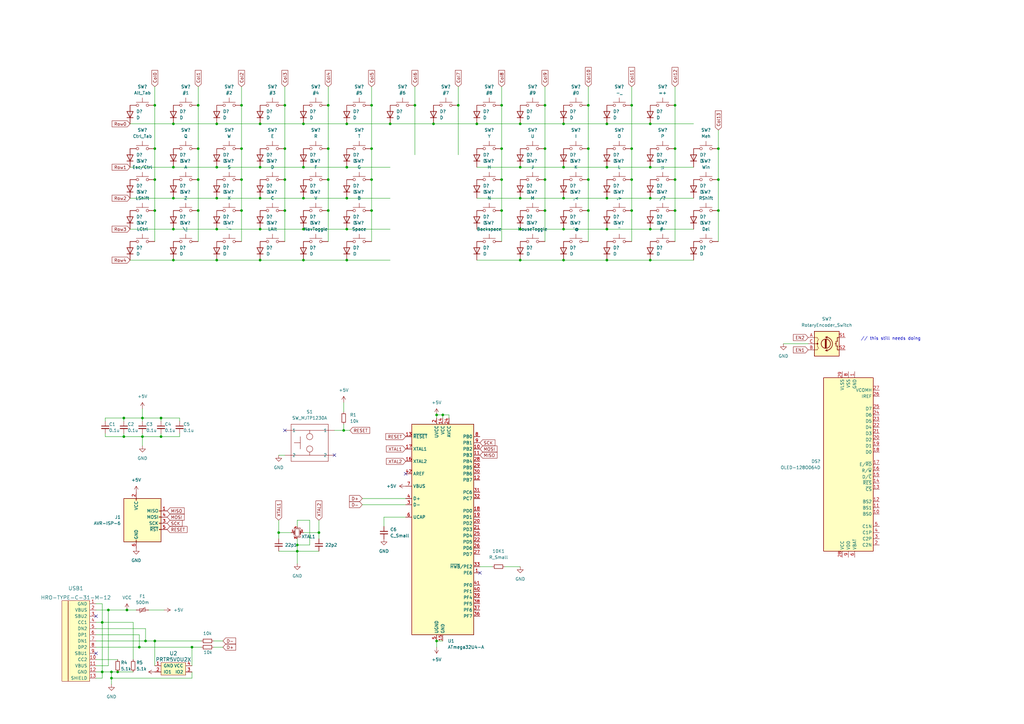
<source format=kicad_sch>
(kicad_sch (version 20211123) (generator eeschema)
  (paper "A3")
  (junction (at 140.97 176.53))
  (junction (at 78.74 265.43))
  (junction (at 142.24 93.98))
  (junction (at 71.12 50.8))
  (junction (at 88.9 93.98))
  (junction (at 248.92 50.8))
  (junction (at 259.08 60.96))
  (junction (at 259.08 73.66))
  (junction (at 241.3 43.18))
  (junction (at 63.5 262.89))
  (junction (at 88.9 68.58))
  (junction (at 63.5 86.36))
  (junction (at 41.91 275.59))
  (junction (at 294.64 73.66))
  (junction (at 276.86 86.36))
  (junction (at 248.92 93.98))
  (junction (at 88.9 81.28))
  (junction (at 44.45 250.19))
  (junction (at 223.52 60.96))
  (junction (at 160.02 50.8))
  (junction (at 248.92 81.28))
  (junction (at 48.26 275.59))
  (junction (at 231.14 106.68))
  (junction (at 152.4 43.18))
  (junction (at 142.24 68.58))
  (junction (at 50.8 171.45))
  (junction (at 241.3 86.36))
  (junction (at 205.74 86.36))
  (junction (at 116.84 73.66))
  (junction (at 213.36 68.58))
  (junction (at 106.68 93.98))
  (junction (at 179.07 170.18))
  (junction (at 45.72 278.13))
  (junction (at 177.8 50.8))
  (junction (at 63.5 60.96))
  (junction (at 88.9 50.8))
  (junction (at 223.52 43.18))
  (junction (at 71.12 106.68))
  (junction (at 231.14 68.58))
  (junction (at 241.3 60.96))
  (junction (at 134.62 73.66))
  (junction (at 231.14 81.28))
  (junction (at 81.28 43.18))
  (junction (at 58.42 171.45))
  (junction (at 121.92 226.06))
  (junction (at 124.46 93.98))
  (junction (at 213.36 50.8))
  (junction (at 142.24 106.68))
  (junction (at 99.06 86.36))
  (junction (at 276.86 73.66))
  (junction (at 181.61 170.18))
  (junction (at 121.92 223.52))
  (junction (at 134.62 43.18))
  (junction (at 52.07 250.19))
  (junction (at 130.81 218.44))
  (junction (at 170.18 43.18))
  (junction (at 58.42 179.07))
  (junction (at 223.52 86.36))
  (junction (at 57.15 265.43))
  (junction (at 124.46 68.58))
  (junction (at 266.7 106.68))
  (junction (at 259.08 86.36))
  (junction (at 213.36 81.28))
  (junction (at 63.5 43.18))
  (junction (at 231.14 50.8))
  (junction (at 71.12 93.98))
  (junction (at 71.12 68.58))
  (junction (at 71.12 81.28))
  (junction (at 116.84 86.36))
  (junction (at 99.06 43.18))
  (junction (at 187.96 43.18))
  (junction (at 266.7 81.28))
  (junction (at 152.4 73.66))
  (junction (at 106.68 50.8))
  (junction (at 213.36 93.98))
  (junction (at 241.3 73.66))
  (junction (at 81.28 86.36))
  (junction (at 276.86 43.18))
  (junction (at 266.7 68.58))
  (junction (at 205.74 43.18))
  (junction (at 205.74 73.66))
  (junction (at 45.72 275.59))
  (junction (at 88.9 106.68))
  (junction (at 66.04 179.07))
  (junction (at 195.58 50.8))
  (junction (at 223.52 73.66))
  (junction (at 134.62 86.36))
  (junction (at 99.06 73.66))
  (junction (at 59.69 262.89))
  (junction (at 276.86 60.96))
  (junction (at 106.68 106.68))
  (junction (at 66.04 171.45))
  (junction (at 266.7 50.8))
  (junction (at 81.28 73.66))
  (junction (at 294.64 86.36))
  (junction (at 231.14 93.98))
  (junction (at 213.36 106.68))
  (junction (at 116.84 60.96))
  (junction (at 266.7 93.98))
  (junction (at 152.4 60.96))
  (junction (at 134.62 60.96))
  (junction (at 205.74 60.96))
  (junction (at 124.46 106.68))
  (junction (at 99.06 60.96))
  (junction (at 142.24 81.28))
  (junction (at 124.46 50.8))
  (junction (at 81.28 60.96))
  (junction (at 106.68 81.28))
  (junction (at 142.24 50.8))
  (junction (at 106.68 68.58))
  (junction (at 248.92 106.68))
  (junction (at 41.91 255.27))
  (junction (at 179.07 262.89))
  (junction (at 248.92 68.58))
  (junction (at 152.4 86.36))
  (junction (at 50.8 179.07))
  (junction (at 63.5 73.66))
  (junction (at 116.84 43.18))
  (junction (at 124.46 81.28))
  (junction (at 259.08 43.18))
  (junction (at 294.64 60.96))
  (junction (at 114.3 218.44))
  (no_connect (at 39.37 267.97))
  (no_connect (at 39.37 252.73))
  (no_connect (at 166.37 194.31))
  (no_connect (at 137.16 186.69))
  (no_connect (at 116.84 176.53))
  (no_connect (at 196.85 234.95))
  (wire (pts (xy 41.91 275.59) (xy 41.91 255.27)))
  (wire (pts (xy 39.37 275.59) (xy 41.91 275.59)))
  (wire (pts (xy 266.7 81.28) (xy 284.48 81.28)))
  (wire (pts (xy 106.68 106.68) (xy 124.46 106.68)))
  (wire (pts (xy 195.58 68.58) (xy 213.36 68.58)))
  (wire (pts (xy 196.85 232.41) (xy 201.93 232.41)))
  (wire (pts (xy 58.42 179.07) (xy 66.04 179.07)))
  (wire (pts (xy 43.18 177.8) (xy 43.18 179.07)))
  (wire (pts (xy 71.12 50.8) (xy 88.9 50.8)))
  (wire (pts (xy 88.9 106.68) (xy 106.68 106.68)))
  (wire (pts (xy 116.84 35.56) (xy 116.84 43.18)))
  (wire (pts (xy 43.18 171.45) (xy 50.8 171.45)))
  (wire (pts (xy 114.3 218.44) (xy 119.38 218.44)))
  (wire (pts (xy 99.06 35.56) (xy 99.06 43.18)))
  (wire (pts (xy 213.36 81.28) (xy 231.14 81.28)))
  (wire (pts (xy 142.24 106.68) (xy 160.02 106.68)))
  (wire (pts (xy 53.34 93.98) (xy 71.12 93.98)))
  (wire (pts (xy 73.66 179.07) (xy 66.04 179.07)))
  (wire (pts (xy 88.9 81.28) (xy 106.68 81.28)))
  (wire (pts (xy 152.4 60.96) (xy 152.4 73.66)))
  (wire (pts (xy 205.74 60.96) (xy 205.74 73.66)))
  (wire (pts (xy 88.9 68.58) (xy 106.68 68.58)))
  (wire (pts (xy 134.62 43.18) (xy 134.62 60.96)))
  (wire (pts (xy 116.84 86.36) (xy 116.84 99.06)))
  (wire (pts (xy 39.37 262.89) (xy 59.69 262.89)))
  (wire (pts (xy 124.46 218.44) (xy 130.81 218.44)))
  (wire (pts (xy 121.92 215.9) (xy 121.92 213.36)))
  (wire (pts (xy 116.84 43.18) (xy 116.84 60.96)))
  (wire (pts (xy 39.37 278.13) (xy 41.91 278.13)))
  (wire (pts (xy 157.48 212.09) (xy 157.48 215.9)))
  (wire (pts (xy 53.34 68.58) (xy 71.12 68.58)))
  (wire (pts (xy 41.91 255.27) (xy 39.37 255.27)))
  (wire (pts (xy 177.8 50.8) (xy 195.58 50.8)))
  (wire (pts (xy 71.12 68.58) (xy 88.9 68.58)))
  (wire (pts (xy 276.86 60.96) (xy 276.86 73.66)))
  (wire (pts (xy 43.18 179.07) (xy 50.8 179.07)))
  (wire (pts (xy 276.86 86.36) (xy 276.86 99.06)))
  (wire (pts (xy 195.58 93.98) (xy 213.36 93.98)))
  (wire (pts (xy 223.52 86.36) (xy 223.52 99.06)))
  (wire (pts (xy 137.16 176.53) (xy 140.97 176.53)))
  (wire (pts (xy 53.34 81.28) (xy 71.12 81.28)))
  (wire (pts (xy 39.37 257.81) (xy 59.69 257.81)))
  (wire (pts (xy 66.04 177.8) (xy 66.04 179.07)))
  (wire (pts (xy 184.15 170.18) (xy 181.61 170.18)))
  (wire (pts (xy 248.92 106.68) (xy 266.7 106.68)))
  (wire (pts (xy 207.01 232.41) (xy 213.36 232.41)))
  (wire (pts (xy 276.86 73.66) (xy 276.86 86.36)))
  (wire (pts (xy 114.3 218.44) (xy 114.3 220.98)))
  (wire (pts (xy 41.91 247.65) (xy 39.37 247.65)))
  (wire (pts (xy 134.62 73.66) (xy 134.62 86.36)))
  (wire (pts (xy 39.37 260.35) (xy 57.15 260.35)))
  (wire (pts (xy 140.97 176.53) (xy 143.51 176.53)))
  (wire (pts (xy 63.5 43.18) (xy 63.5 60.96)))
  (wire (pts (xy 213.36 93.98) (xy 231.14 93.98)))
  (wire (pts (xy 106.68 68.58) (xy 124.46 68.58)))
  (wire (pts (xy 73.66 172.72) (xy 73.66 171.45)))
  (wire (pts (xy 231.14 106.68) (xy 248.92 106.68)))
  (wire (pts (xy 130.81 218.44) (xy 130.81 220.98)))
  (wire (pts (xy 142.24 68.58) (xy 160.02 68.58)))
  (wire (pts (xy 58.42 179.07) (xy 58.42 182.88)))
  (wire (pts (xy 48.26 275.59) (xy 54.61 275.59)))
  (wire (pts (xy 213.36 68.58) (xy 231.14 68.58)))
  (wire (pts (xy 63.5 60.96) (xy 63.5 73.66)))
  (wire (pts (xy 124.46 50.8) (xy 142.24 50.8)))
  (wire (pts (xy 44.45 250.19) (xy 52.07 250.19)))
  (wire (pts (xy 87.63 262.89) (xy 91.44 262.89)))
  (wire (pts (xy 140.97 165.1) (xy 140.97 168.91)))
  (wire (pts (xy 50.8 177.8) (xy 50.8 179.07)))
  (wire (pts (xy 187.96 35.56) (xy 187.96 43.18)))
  (wire (pts (xy 81.28 35.56) (xy 81.28 43.18)))
  (wire (pts (xy 60.96 250.19) (xy 67.31 250.19)))
  (wire (pts (xy 124.46 81.28) (xy 142.24 81.28)))
  (wire (pts (xy 71.12 81.28) (xy 88.9 81.28)))
  (wire (pts (xy 205.74 35.56) (xy 205.74 43.18)))
  (wire (pts (xy 54.61 255.27) (xy 54.61 270.51)))
  (wire (pts (xy 152.4 86.36) (xy 152.4 99.06)))
  (wire (pts (xy 266.7 93.98) (xy 284.48 93.98)))
  (wire (pts (xy 241.3 60.96) (xy 241.3 73.66)))
  (wire (pts (xy 259.08 60.96) (xy 259.08 73.66)))
  (wire (pts (xy 78.74 265.43) (xy 82.55 265.43)))
  (wire (pts (xy 231.14 81.28) (xy 248.92 81.28)))
  (wire (pts (xy 140.97 173.99) (xy 140.97 176.53)))
  (wire (pts (xy 121.92 213.36) (xy 127 213.36)))
  (wire (pts (xy 71.12 106.68) (xy 88.9 106.68)))
  (wire (pts (xy 45.72 278.13) (xy 78.74 278.13)))
  (wire (pts (xy 45.72 275.59) (xy 48.26 275.59)))
  (wire (pts (xy 248.92 93.98) (xy 266.7 93.98)))
  (wire (pts (xy 231.14 93.98) (xy 248.92 93.98)))
  (wire (pts (xy 160.02 50.8) (xy 177.8 50.8)))
  (wire (pts (xy 121.92 220.98) (xy 121.92 223.52)))
  (wire (pts (xy 114.3 186.69) (xy 116.84 186.69)))
  (wire (pts (xy 259.08 73.66) (xy 259.08 86.36)))
  (wire (pts (xy 59.69 262.89) (xy 63.5 262.89)))
  (wire (pts (xy 294.64 60.96) (xy 294.64 73.66)))
  (wire (pts (xy 241.3 73.66) (xy 241.3 86.36)))
  (wire (pts (xy 187.96 43.18) (xy 187.96 63.5)))
  (wire (pts (xy 63.5 73.66) (xy 63.5 86.36)))
  (wire (pts (xy 223.52 43.18) (xy 223.52 60.96)))
  (wire (pts (xy 59.69 257.81) (xy 59.69 262.89)))
  (wire (pts (xy 195.58 50.8) (xy 213.36 50.8)))
  (wire (pts (xy 114.3 213.36) (xy 114.3 218.44)))
  (wire (pts (xy 50.8 171.45) (xy 50.8 172.72)))
  (wire (pts (xy 63.5 86.36) (xy 63.5 99.06)))
  (wire (pts (xy 276.86 35.56) (xy 276.86 43.18)))
  (wire (pts (xy 57.15 260.35) (xy 57.15 265.43)))
  (wire (pts (xy 142.24 81.28) (xy 160.02 81.28)))
  (wire (pts (xy 45.72 275.59) (xy 45.72 278.13)))
  (wire (pts (xy 195.58 106.68) (xy 213.36 106.68)))
  (wire (pts (xy 78.74 275.59) (xy 78.74 278.13)))
  (wire (pts (xy 58.42 177.8) (xy 58.42 179.07)))
  (wire (pts (xy 53.34 106.68) (xy 71.12 106.68)))
  (wire (pts (xy 170.18 35.56) (xy 170.18 43.18)))
  (wire (pts (xy 223.52 35.56) (xy 223.52 43.18)))
  (wire (pts (xy 88.9 50.8) (xy 106.68 50.8)))
  (wire (pts (xy 266.7 68.58) (xy 284.48 68.58)))
  (wire (pts (xy 166.37 212.09) (xy 157.48 212.09)))
  (wire (pts (xy 170.18 43.18) (xy 170.18 63.5)))
  (wire (pts (xy 148.59 207.01) (xy 166.37 207.01)))
  (wire (pts (xy 41.91 255.27) (xy 41.91 247.65)))
  (wire (pts (xy 78.74 265.43) (xy 78.74 273.05)))
  (wire (pts (xy 52.07 250.19) (xy 55.88 250.19)))
  (wire (pts (xy 39.37 273.05) (xy 44.45 273.05)))
  (wire (pts (xy 241.3 35.56) (xy 241.3 43.18)))
  (wire (pts (xy 181.61 171.45) (xy 181.61 170.18)))
  (wire (pts (xy 127 213.36) (xy 127 223.52)))
  (wire (pts (xy 58.42 172.72) (xy 58.42 171.45)))
  (wire (pts (xy 231.14 68.58) (xy 248.92 68.58)))
  (wire (pts (xy 73.66 177.8) (xy 73.66 179.07)))
  (wire (pts (xy 58.42 171.45) (xy 50.8 171.45)))
  (wire (pts (xy 58.42 167.64) (xy 58.42 171.45)))
  (wire (pts (xy 116.84 73.66) (xy 116.84 86.36)))
  (wire (pts (xy 205.74 86.36) (xy 205.74 99.06)))
  (wire (pts (xy 43.18 172.72) (xy 43.18 171.45)))
  (wire (pts (xy 152.4 43.18) (xy 152.4 60.96)))
  (wire (pts (xy 116.84 60.96) (xy 116.84 73.66)))
  (wire (pts (xy 81.28 86.36) (xy 81.28 99.06)))
  (wire (pts (xy 45.72 278.13) (xy 45.72 280.67)))
  (wire (pts (xy 231.14 50.8) (xy 248.92 50.8)))
  (wire (pts (xy 213.36 106.68) (xy 231.14 106.68)))
  (wire (pts (xy 121.92 223.52) (xy 121.92 226.06)))
  (wire (pts (xy 106.68 93.98) (xy 124.46 93.98)))
  (wire (pts (xy 41.91 278.13) (xy 41.91 275.59)))
  (wire (pts (xy 41.91 275.59) (xy 45.72 275.59)))
  (wire (pts (xy 58.42 171.45) (xy 66.04 171.45)))
  (wire (pts (xy 44.45 273.05) (xy 44.45 250.19)))
  (wire (pts (xy 184.15 171.45) (xy 184.15 170.18)))
  (wire (pts (xy 179.07 262.89) (xy 181.61 262.89)))
  (wire (pts (xy 81.28 60.96) (xy 81.28 73.66)))
  (wire (pts (xy 223.52 73.66) (xy 223.52 86.36)))
  (wire (pts (xy 259.08 86.36) (xy 259.08 99.06)))
  (wire (pts (xy 124.46 106.68) (xy 142.24 106.68)))
  (wire (pts (xy 57.15 265.43) (xy 78.74 265.43)))
  (wire (pts (xy 41.91 255.27) (xy 54.61 255.27)))
  (wire (pts (xy 142.24 93.98) (xy 160.02 93.98)))
  (wire (pts (xy 181.61 170.18) (xy 179.07 170.18)))
  (wire (pts (xy 248.92 50.8) (xy 266.7 50.8)))
  (wire (pts (xy 259.08 43.18) (xy 259.08 60.96)))
  (wire (pts (xy 134.62 35.56) (xy 134.62 43.18)))
  (wire (pts (xy 276.86 43.18) (xy 276.86 60.96)))
  (wire (pts (xy 124.46 68.58) (xy 142.24 68.58)))
  (wire (pts (xy 294.64 53.34) (xy 294.64 60.96)))
  (wire (pts (xy 106.68 81.28) (xy 124.46 81.28)))
  (wire (pts (xy 223.52 60.96) (xy 223.52 73.66)))
  (wire (pts (xy 248.92 68.58) (xy 266.7 68.58)))
  (wire (pts (xy 148.59 204.47) (xy 166.37 204.47)))
  (wire (pts (xy 63.5 262.89) (xy 82.55 262.89)))
  (wire (pts (xy 142.24 50.8) (xy 160.02 50.8)))
  (wire (pts (xy 99.06 60.96) (xy 99.06 73.66)))
  (wire (pts (xy 63.5 35.56) (xy 63.5 43.18)))
  (wire (pts (xy 44.45 250.19) (xy 39.37 250.19)))
  (wire (pts (xy 152.4 73.66) (xy 152.4 86.36)))
  (wire (pts (xy 99.06 86.36) (xy 99.06 99.06)))
  (wire (pts (xy 259.08 35.56) (xy 259.08 43.18)))
  (wire (pts (xy 71.12 93.98) (xy 88.9 93.98)))
  (wire (pts (xy 63.5 262.89) (xy 63.5 273.05)))
  (wire (pts (xy 81.28 43.18) (xy 81.28 60.96)))
  (wire (pts (xy 87.63 265.43) (xy 91.44 265.43)))
  (wire (pts (xy 124.46 93.98) (xy 142.24 93.98)))
  (wire (pts (xy 121.92 226.06) (xy 121.92 231.14)))
  (wire (pts (xy 88.9 93.98) (xy 106.68 93.98)))
  (wire (pts (xy 205.74 73.66) (xy 205.74 86.36)))
  (wire (pts (xy 241.3 86.36) (xy 241.3 99.06)))
  (wire (pts (xy 114.3 226.06) (xy 121.92 226.06)))
  (wire (pts (xy 266.7 50.8) (xy 284.48 50.8)))
  (wire (pts (xy 152.4 35.56) (xy 152.4 43.18)))
  (wire (pts (xy 66.04 171.45) (xy 66.04 172.72)))
  (wire (pts (xy 179.07 170.18) (xy 179.07 171.45)))
  (wire (pts (xy 106.68 50.8) (xy 124.46 50.8)))
  (wire (pts (xy 248.92 81.28) (xy 266.7 81.28)))
  (wire (pts (xy 127 223.52) (xy 121.92 223.52)))
  (wire (pts (xy 53.34 50.8) (xy 71.12 50.8)))
  (wire (pts (xy 73.66 171.45) (xy 66.04 171.45)))
  (wire (pts (xy 195.58 81.28) (xy 213.36 81.28)))
  (wire (pts (xy 121.92 226.06) (xy 130.81 226.06)))
  (wire (pts (xy 130.81 213.36) (xy 130.81 218.44)))
  (wire (pts (xy 294.64 73.66) (xy 294.64 86.36)))
  (wire (pts (xy 321.31 140.97) (xy 331.47 140.97)))
  (wire (pts (xy 241.3 43.18) (xy 241.3 60.96)))
  (wire (pts (xy 39.37 270.51) (xy 48.26 270.51)))
  (wire (pts (xy 81.28 73.66) (xy 81.28 86.36)))
  (wire (pts (xy 50.8 179.07) (xy 58.42 179.07)))
  (wire (pts (xy 134.62 60.96) (xy 134.62 73.66)))
  (wire (pts (xy 205.74 43.18) (xy 205.74 60.96)))
  (wire (pts (xy 99.06 43.18) (xy 99.06 60.96)))
  (wire (pts (xy 179.07 262.89) (xy 179.07 265.43)))
  (wire (pts (xy 266.7 106.68) (xy 284.48 106.68)))
  (wire (pts (xy 134.62 86.36) (xy 134.62 99.06)))
  (wire (pts (xy 99.06 73.66) (xy 99.06 86.36)))
  (wire (pts (xy 294.64 86.36) (xy 294.64 99.06)))
  (wire (pts (xy 213.36 50.8) (xy 231.14 50.8)))
  (wire (pts (xy 39.37 265.43) (xy 57.15 265.43)))
  (text "// this still needs doing" (at 353.06 139.7 0) (effects (font (size 1.27 1.27)) (justify left bottom)))
  (global_label "Col2" (shape input) (at 99.06 35.56 90) (property "Intersheet References" "${INTERSHEET_REFS}" (effects hide)))
  (global_label "XTAL2" (shape input) (at 130.81 213.36 90) (property "Intersheet References" "${INTERSHEET_REFS}" (effects hide)))
  (global_label "SCK" (shape input) (at 68.58 214.63 0) (property "Intersheet References" "${INTERSHEET_REFS}" (effects hide)))
  (global_label "RESET" (shape input) (at 68.58 217.17 0) (property "Intersheet References" "${INTERSHEET_REFS}" (effects hide)))
  (global_label "Row1" (shape input) (at 53.34 68.58 180) (property "Intersheet References" "${INTERSHEET_REFS}" (effects hide)))
  (global_label "Row3" (shape input) (at 53.34 93.98 180) (property "Intersheet References" "${INTERSHEET_REFS}" (effects hide)))
  (global_label "Col8" (shape input) (at 205.74 35.56 90) (property "Intersheet References" "${INTERSHEET_REFS}" (effects hide)))
  (global_label "Row2" (shape input) (at 53.34 81.28 180) (property "Intersheet References" "${INTERSHEET_REFS}" (effects hide)))
  (global_label "Col4" (shape input) (at 134.62 35.56 90) (property "Intersheet References" "${INTERSHEET_REFS}" (effects hide)))
  (global_label "Col0" (shape input) (at 63.5 35.56 90) (property "Intersheet References" "${INTERSHEET_REFS}" (effects hide)))
  (global_label "Col6" (shape input) (at 170.18 35.56 90) (property "Intersheet References" "${INTERSHEET_REFS}" (effects hide)))
  (global_label "EN1" (shape input) (at 331.47 143.51 180) (property "Intersheet References" "${INTERSHEET_REFS}" (effects hide)))
  (global_label "EN2" (shape input) (at 331.47 138.43 180) (property "Intersheet References" "${INTERSHEET_REFS}" (effects hide)))
  (global_label "XTAL1" (shape input) (at 166.37 184.15 180) (property "Intersheet References" "${INTERSHEET_REFS}" (effects hide)))
  (global_label "Col10" (shape input) (at 241.3 35.56 90) (property "Intersheet References" "${INTERSHEET_REFS}" (effects hide)))
  (global_label "Col3" (shape input) (at 116.84 35.56 90) (property "Intersheet References" "${INTERSHEET_REFS}" (effects hide)))
  (global_label "RESET" (shape input) (at 143.51 176.53 0) (property "Intersheet References" "${INTERSHEET_REFS}" (effects hide)))
  (global_label "MOSI" (shape input) (at 68.58 212.09 0) (property "Intersheet References" "${INTERSHEET_REFS}" (effects hide)))
  (global_label "Col11" (shape input) (at 259.08 35.56 90) (property "Intersheet References" "${INTERSHEET_REFS}" (effects hide)))
  (global_label "Col7" (shape input) (at 187.96 35.56 90) (property "Intersheet References" "${INTERSHEET_REFS}" (effects hide)))
  (global_label "XTAL2" (shape input) (at 166.37 189.23 180) (property "Intersheet References" "${INTERSHEET_REFS}" (effects hide)))
  (global_label "Col5" (shape input) (at 152.4 35.56 90) (property "Intersheet References" "${INTERSHEET_REFS}" (effects hide)))
  (global_label "Row0" (shape input) (at 53.34 50.8 180) (property "Intersheet References" "${INTERSHEET_REFS}" (effects hide)))
  (global_label "Col12" (shape input) (at 276.86 35.56 90) (property "Intersheet References" "${INTERSHEET_REFS}" (effects hide)))
  (global_label "RESET" (shape input) (at 166.37 179.07 180) (property "Intersheet References" "${INTERSHEET_REFS}" (effects hide)))
  (global_label "D+" (shape input) (at 91.44 265.43 0) (property "Intersheet References" "${INTERSHEET_REFS}" (effects hide)))
  (global_label "XTAL1" (shape input) (at 114.3 213.36 90) (property "Intersheet References" "${INTERSHEET_REFS}" (effects hide)))
  (global_label "Col13" (shape input) (at 294.64 53.34 90) (property "Intersheet References" "${INTERSHEET_REFS}" (effects hide)))
  (global_label "D+" (shape input) (at 148.59 204.47 180) (property "Intersheet References" "${INTERSHEET_REFS}" (effects hide)))
  (global_label "MISO" (shape input) (at 196.85 186.69 0) (property "Intersheet References" "${INTERSHEET_REFS}" (effects hide)))
  (global_label "Col1" (shape input) (at 81.28 35.56 90) (property "Intersheet References" "${INTERSHEET_REFS}" (effects hide)))
  (global_label "SCK" (shape input) (at 196.85 181.61 0) (property "Intersheet References" "${INTERSHEET_REFS}" (effects hide)))
  (global_label "Col9" (shape input) (at 223.52 35.56 90) (property "Intersheet References" "${INTERSHEET_REFS}" (effects hide)))
  (global_label "MOSI" (shape input) (at 196.85 184.15 0) (property "Intersheet References" "${INTERSHEET_REFS}" (effects hide)))
  (global_label "Row4" (shape input) (at 53.34 106.68 180) (property "Intersheet References" "${INTERSHEET_REFS}" (effects hide)))
  (global_label "D-" (shape input) (at 91.44 262.89 0) (property "Intersheet References" "${INTERSHEET_REFS}" (effects hide)))
  (global_label "MISO" (shape input) (at 68.58 209.55 0) (property "Intersheet References" "${INTERSHEET_REFS}" (effects hide)))
  (global_label "D-" (shape input) (at 148.59 207.01 180) (property "Intersheet References" "${INTERSHEET_REFS}" (effects hide)))
  (symbol (lib_id "Device:D") (at 142.24 46.99 90) (unit 1)
    (property "Reference" "D?" (at 144.78 45.7199 90) (effects (justify right)))
    (property "Value" "D" (at 144.78 48.2599 90) (effects (justify right)))
  )
  (symbol (lib_id "Switch:SW_Push") (at 147.32 73.66 0) (unit 1)
    (property "Reference" "SW?" (at 147.32 66.04 0))
    (property "Value" "G" (at 147.32 68.58 0))
  )
  (symbol (lib_id "Switch:SW_Push") (at 93.98 43.18 0) (unit 1)
    (property "Reference" "SW?" (at 93.98 35.56 0))
    (property "Value" "#2" (at 93.98 38.1 0))
  )
  (symbol (lib_id "Switch:SW_Push") (at 218.44 73.66 0) (unit 1)
    (property "Reference" "SW?" (at 218.44 66.04 0))
    (property "Value" "J" (at 218.44 68.58 0))
  )
  (symbol (lib_id "Device:D") (at 231.14 77.47 90) (unit 1)
    (property "Reference" "D?" (at 233.68 76.1999 90) (effects (justify right)))
    (property "Value" "D" (at 233.68 78.7399 90) (effects (justify right)))
  )
  (symbol (lib_id "Device:D") (at 248.92 90.17 90) (unit 1)
    (property "Reference" "D?" (at 251.46 88.8999 90) (effects (justify right)))
    (property "Value" "D" (at 251.46 91.4399 90) (effects (justify right)))
  )
  (symbol (lib_id "Device:D") (at 71.12 64.77 90) (unit 1)
    (property "Reference" "D?" (at 73.66 63.4999 90) (effects (justify right)))
    (property "Value" "D" (at 73.66 66.0399 90) (effects (justify right)))
  )
  (symbol (lib_id "Device:Polyfuse_Small") (at 58.42 250.19 90) (unit 1)
    (property "Reference" "F1" (at 58.42 243.84 90) (effects (justify bottom)))
    (property "Value" "500m" (at 58.42 246.38 90) (effects (justify bottom)))
  )
  (symbol (lib_id "Switch:SW_Push") (at 76.2 43.18 0) (unit 1)
    (property "Reference" "SW?" (at 76.2 35.56 0))
    (property "Value" "#1" (at 76.2 38.1 0))
  )
  (symbol (lib_id "Switch:SW_Push") (at 58.42 73.66 0) (unit 1)
    (property "Reference" "SW?" (at 58.42 66.04 0))
    (property "Value" "Esc/Ctrl" (at 58.42 68.58 0))
  )
  (symbol (lib_id "power:GND") (at 121.92 231.14 0) (unit 1)
    (property "Reference" "#PWR010" (effects hide))
    (property "Value" "GND" (at 121.92 236.22 0))
  )
  (symbol (lib_id "Display_Graphic:OLED-128O064D") (at 347.98 190.5 180) (unit 1)
    (property "Reference" "DS?" (at 336.55 189.2299 0) (effects (justify left)))
    (property "Value" "OLED-128O064D" (at 336.55 191.7699 0) (effects (justify left)))
    (property "Footprint" "Display:OLED-128O064D" (effects hide))
    (property "Datasheet" "https://www.vishay.com/docs/37902/oled128o064dbpp3n00000.pdf" (effects hide))
  )
  (symbol (lib_id "Device:C_Small") (at 157.48 218.44 0) (unit 1)
    (property "Reference" "C6" (at 160.02 217.1762 0) (effects (justify left)))
    (property "Value" "C_Small" (at 160.02 219.7162 0) (effects (justify left)))
  )
  (symbol (lib_id "power:+5V") (at 67.31 250.19 270) (unit 1)
    (property "Reference" "#PWR013" (effects hide))
    (property "Value" "+5V" (at 71.12 250.1899 90) (effects (justify left)))
  )
  (symbol (lib_id "Device:D") (at 195.58 64.77 90) (unit 1)
    (property "Reference" "D?" (at 198.12 63.4999 90) (effects (justify right)))
    (property "Value" "D" (at 198.12 66.0399 90) (effects (justify right)))
  )
  (symbol (lib_id "power:GND") (at 157.48 220.98 0) (unit 1)
    (property "Reference" "#PWR08" (effects hide))
    (property "Value" "GND" (at 157.48 226.06 0))
  )
  (symbol (lib_id "Type-C:HRO-TYPE-C-31-M-12") (at 36.83 261.62 0) (unit 1)
    (property "Reference" "USB1" (at 31.115 241.3 0) (effects (font (size 1.524 1.524))))
    (property "Value" "HRO-TYPE-C-31-M-12" (at 31.115 245.11 0) (effects (font (size 1.524 1.524))))
  )
  (symbol (lib_id "Switch:SW_Push") (at 93.98 60.96 0) (unit 1)
    (property "Reference" "SW?" (at 93.98 53.34 0))
    (property "Value" "W" (at 93.98 55.88 0))
  )
  (symbol (lib_id "Device:R_Small") (at 204.47 232.41 90) (unit 1)
    (property "Reference" "10K1" (at 204.47 226.06 90))
    (property "Value" "R_Small" (at 204.47 228.6 90))
  )
  (symbol (lib_id "Device:D") (at 53.34 64.77 90) (unit 1)
    (property "Reference" "D?" (at 55.88 63.4999 90) (effects (justify right)))
    (property "Value" "D" (at 55.88 66.0399 90) (effects (justify right)))
  )
  (symbol (lib_id "Device:D") (at 213.36 90.17 90) (unit 1)
    (property "Reference" "D?" (at 215.9 88.8999 90) (effects (justify right)))
    (property "Value" "D" (at 215.9 91.4399 90) (effects (justify right)))
  )
  (symbol (lib_id "Device:RotaryEncoder_Switch") (at 339.09 140.97 0) (unit 1)
    (property "Reference" "SW?" (at 339.09 130.81 0))
    (property "Value" "RotaryEncoder_Switch" (at 339.09 133.35 0))
  )
  (symbol (lib_id "power:GND") (at 55.88 224.79 0) (unit 1)
    (property "Reference" "#PWR09" (effects hide))
    (property "Value" "GND" (at 55.88 229.87 0))
  )
  (symbol (lib_id "Switch:SW_Push") (at 182.88 43.18 0) (unit 1)
    (property "Reference" "SW?" (at 182.88 35.56 0))
    (property "Value" "#7" (at 182.88 38.1 0))
  )
  (symbol (lib_id "power:+5V") (at 179.07 265.43 180) (unit 1)
    (property "Reference" "#PWR014" (effects hide))
    (property "Value" "+5V" (at 179.07 270.51 0))
  )
  (symbol (lib_id "Device:D") (at 142.24 64.77 90) (unit 1)
    (property "Reference" "D?" (at 144.78 63.4999 90) (effects (justify right)))
    (property "Value" "D" (at 144.78 66.0399 90) (effects (justify right)))
  )
  (symbol (lib_id "Switch:SW_Push") (at 218.44 60.96 0) (unit 1)
    (property "Reference" "SW?" (at 218.44 53.34 0))
    (property "Value" "U" (at 218.44 55.88 0))
  )
  (symbol (lib_id "Device:D") (at 53.34 102.87 90) (unit 1)
    (property "Reference" "D?" (at 55.88 101.5999 90) (effects (justify right)))
    (property "Value" "D" (at 55.88 104.1399 90) (effects (justify right)))
  )
  (symbol (lib_id "power:+5V") (at 166.37 199.39 90) (unit 1)
    (property "Reference" "#PWR06" (effects hide))
    (property "Value" "+5V" (at 162.56 199.3899 90) (effects (justify left)))
  )
  (symbol (lib_id "Switch:SW_Push") (at 271.78 60.96 0) (unit 1)
    (property "Reference" "SW?" (at 271.78 53.34 0))
    (property "Value" "P" (at 271.78 55.88 0))
  )
  (symbol (lib_id "Switch:SW_Push") (at 254 86.36 0) (unit 1)
    (property "Reference" "SW?" (at 254 78.74 0))
    (property "Value" ".>" (at 254 81.28 0))
  )
  (symbol (lib_id "Device:D") (at 231.14 64.77 90) (unit 1)
    (property "Reference" "D?" (at 233.68 63.4999 90) (effects (justify right)))
    (property "Value" "D" (at 233.68 66.0399 90) (effects (justify right)))
  )
  (symbol (lib_id "Device:D") (at 266.7 46.99 90) (unit 1)
    (property "Reference" "D?" (at 269.24 45.7199 90) (effects (justify right)))
    (property "Value" "D" (at 269.24 48.2599 90) (effects (justify right)))
  )
  (symbol (lib_id "Device:R_Small") (at 85.09 265.43 90) (unit 1)
    (property "Reference" "R3" (effects hide))
    (property "Value" "10k" (at 85.28 266.83 90) (effects (justify bottom)))
  )
  (symbol (lib_id "Device:D") (at 284.48 90.17 90) (unit 1)
    (property "Reference" "D?" (at 287.02 88.8999 90) (effects (justify right)))
    (property "Value" "D" (at 287.02 91.4399 90) (effects (justify right)))
  )
  (symbol (lib_id "Switch:SW_Push") (at 271.78 73.66 0) (unit 1)
    (property "Reference" "SW?" (at 271.78 66.04 0))
    (property "Value" ";:" (at 271.78 68.58 0))
  )
  (symbol (lib_id "Switch:SW_Push") (at 129.54 86.36 0) (unit 1)
    (property "Reference" "SW?" (at 129.54 78.74 0))
    (property "Value" "V" (at 129.54 81.28 0))
  )
  (symbol (lib_id "Switch:SW_Push") (at 218.44 86.36 0) (unit 1)
    (property "Reference" "SW?" (at 218.44 78.74 0))
    (property "Value" "M" (at 218.44 81.28 0))
  )
  (symbol (lib_id "Switch:SW_Push") (at 58.42 60.96 0) (unit 1)
    (property "Reference" "SW?" (at 58.42 53.34 0))
    (property "Value" "Ctrl_Tab" (at 58.42 55.88 0))
  )
  (symbol (lib_id "Switch:SW_Push") (at 165.1 43.18 0) (unit 1)
    (property "Reference" "SW?" (at 165.1 35.56 0))
    (property "Value" "#6" (at 165.1 38.1 0))
  )
  (symbol (lib_id "power:GND") (at 213.36 232.41 0) (unit 1)
    (property "Reference" "#PWR011" (effects hide))
    (property "Value" "GND" (at 213.36 237.49 0))
  )
  (symbol (lib_id "Device:D") (at 284.48 77.47 90) (unit 1)
    (property "Reference" "D?" (at 287.02 76.1999 90) (effects (justify right)))
    (property "Value" "D" (at 287.02 78.7399 90) (effects (justify right)))
  )
  (symbol (lib_id "Device:R_Small") (at 54.61 273.05 0) (unit 1)
    (property "Reference" "R5" (at 55.88 271.78 0) (effects (justify left)))
    (property "Value" "5.1k" (at 55.88 274.32 0) (effects (justify left)))
  )
  (symbol (lib_id "Device:D") (at 53.34 46.99 90) (unit 1)
    (property "Reference" "D?" (at 55.88 45.7199 90) (effects (justify right)))
    (property "Value" "D" (at 55.88 48.2599 90) (effects (justify right)))
  )
  (symbol (lib_id "Switch:SW_Push") (at 129.54 43.18 0) (unit 1)
    (property "Reference" "SW?" (at 129.54 35.56 0))
    (property "Value" "#4" (at 129.54 38.1 0))
  )
  (symbol (lib_id "Switch:SW_Push") (at 271.78 99.06 0) (unit 1)
    (property "Reference" "SW?" (at 271.78 91.44 0))
    (property "Value" "#~" (at 271.78 93.98 0))
  )
  (symbol (lib_id "Device:D") (at 88.9 46.99 90) (unit 1)
    (property "Reference" "D?" (at 91.44 45.7199 90) (effects (justify right)))
    (property "Value" "D" (at 91.44 48.2599 90) (effects (justify right)))
  )
  (symbol (lib_id "Device:D") (at 124.46 90.17 90) (unit 1)
    (property "Reference" "D?" (at 127 88.8999 90) (effects (justify right)))
    (property "Value" "D" (at 127 91.4399 90) (effects (justify right)))
  )
  (symbol (lib_id "Device:D") (at 248.92 77.47 90) (unit 1)
    (property "Reference" "D?" (at 251.46 76.1999 90) (effects (justify right)))
    (property "Value" "D" (at 251.46 78.7399 90) (effects (justify right)))
  )
  (symbol (lib_id "Switch:SW_Push") (at 129.54 73.66 0) (unit 1)
    (property "Reference" "SW?" (at 129.54 66.04 0))
    (property "Value" "F" (at 129.54 68.58 0))
  )
  (symbol (lib_id "Switch:SW_Push") (at 200.66 43.18 0) (unit 1)
    (property "Reference" "SW?" (at 200.66 35.56 0))
    (property "Value" "#8" (at 200.66 38.1 0))
  )
  (symbol (lib_id "Switch:SW_Push") (at 147.32 99.06 0) (unit 1)
    (property "Reference" "SW?" (at 147.32 91.44 0))
    (property "Value" "Space" (at 147.32 93.98 0))
  )
  (symbol (lib_id "Device:D") (at 106.68 64.77 90) (unit 1)
    (property "Reference" "D?" (at 109.22 63.4999 90) (effects (justify right)))
    (property "Value" "D" (at 109.22 66.0399 90) (effects (justify right)))
  )
  (symbol (lib_id "Switch:SW_Push") (at 200.66 73.66 0) (unit 1)
    (property "Reference" "SW?" (at 200.66 66.04 0))
    (property "Value" "H" (at 200.66 68.58 0))
  )
  (symbol (lib_id "Switch:SW_Push") (at 200.66 86.36 0) (unit 1)
    (property "Reference" "SW?" (at 200.66 78.74 0))
    (property "Value" "N" (at 200.66 81.28 0))
  )
  (symbol (lib_id "Switch:SW_Push") (at 236.22 99.06 0) (unit 1)
    (property "Reference" "SW?" (at 236.22 91.44 0))
    (property "Value" "'@" (at 236.22 93.98 0))
  )
  (symbol (lib_id "power:GND") (at 114.3 186.69 0) (unit 1)
    (property "Reference" "#PWR05" (effects hide))
    (property "Value" "GND" (at 114.3 191.77 0))
  )
  (symbol (lib_id "Device:D") (at 231.14 46.99 90) (unit 1)
    (property "Reference" "D?" (at 233.68 45.7199 90) (effects (justify right)))
    (property "Value" "D" (at 233.68 48.2599 90) (effects (justify right)))
  )
  (symbol (lib_id "Device:Crystal_GND24_Small") (at 121.92 218.44 0) (unit 1)
    (property "Reference" "XTAL1" (at 126.5 220.1 0))
    (property "Value" "Crystal_GND24_Small" (effects hide))
  )
  (symbol (lib_id "Device:D") (at 248.92 64.77 90) (unit 1)
    (property "Reference" "D?" (at 251.46 63.4999 90) (effects (justify right)))
    (property "Value" "D" (at 251.46 66.0399 90) (effects (justify right)))
  )
  (symbol (lib_id "Switch:SW_Push") (at 76.2 60.96 0) (unit 1)
    (property "Reference" "SW?" (at 76.2 53.34 0))
    (property "Value" "Q" (at 76.2 55.88 0))
  )
  (symbol (lib_id "Switch:SW_Push") (at 254 99.06 0) (unit 1)
    (property "Reference" "SW?" (at 254 91.44 0))
    (property "Value" "\"" (at 254 93.98 0))
  )
  (symbol (lib_id "Device:C_Small") (at 58.42 175.26 0) (unit 1)
    (property "Reference" "C3" (at 59.94 173.9962 0) (effects (justify left)))
    (property "Value" "0.1u" (at 59.94 176.5362 0) (effects (justify left)))
  )
  (symbol (lib_id "Device:D") (at 177.8 46.99 90) (unit 1)
    (property "Reference" "D?" (at 180.34 45.7199 90) (effects (justify right)))
    (property "Value" "D" (at 180.34 48.2599 90) (effects (justify right)))
  )
  (symbol (lib_id "Switch:SW_Push") (at 218.44 99.06 0) (unit 1)
    (property "Reference" "SW?" (at 218.44 91.44 0))
    (property "Value" "MouseToggle" (at 218.44 93.98 0))
  )
  (symbol (lib_id "random-keyboard-parts:PRTR5V0U2X") (at 71.12 274.32 0) (unit 1)
    (property "Reference" "U2" (at 71.12 267.97 0) (effects (font (size 1.524 1.524))))
    (property "Value" "PRTR5V0U2X" (at 71.12 270.51 0) (effects (font (size 1.524 1.524))))
  )
  (symbol (lib_id "Switch:SW_Push") (at 58.42 43.18 0) (unit 1)
    (property "Reference" "SW?" (at 58.42 35.56 0))
    (property "Value" "Alt_Tab" (at 58.42 38.1 0))
  )
  (symbol (lib_id "power:+5V") (at 140.97 165.1 0) (unit 1)
    (property "Reference" "#PWR01" (effects hide))
    (property "Value" "+5V" (at 140.97 160.02 0))
  )
  (symbol (lib_id "Switch:SW_Push") (at 254 73.66 0) (unit 1)
    (property "Reference" "SW?" (at 254 66.04 0))
    (property "Value" "L" (at 254 68.58 0))
  )
  (symbol (lib_id "Device:D") (at 266.7 90.17 90) (unit 1)
    (property "Reference" "D?" (at 269.24 88.8999 90) (effects (justify right)))
    (property "Value" "D" (at 269.24 91.4399 90) (effects (justify right)))
  )
  (symbol (lib_id "Device:D") (at 71.12 90.17 90) (unit 1)
    (property "Reference" "D?" (at 73.66 88.8999 90) (effects (justify right)))
    (property "Value" "D" (at 73.66 91.4399 90) (effects (justify right)))
  )
  (symbol (lib_id "Device:C_Small") (at 130.81 223.52 0) (unit 1)
    (property "Reference" "22p2" (at 133.35 223.5262 0) (effects (justify left)))
    (property "Value" "C_Small" (effects hide))
  )
  (symbol (lib_id "Switch:SW_Push") (at 58.42 86.36 0) (unit 1)
    (property "Reference" "SW?" (at 58.42 78.74 0))
    (property "Value" "LShift" (at 58.42 81.28 0))
  )
  (symbol (lib_id "Device:D") (at 284.48 102.87 90) (unit 1)
    (property "Reference" "D?" (at 287.02 101.5999 90) (effects (justify right)))
    (property "Value" "D" (at 287.02 104.1399 90) (effects (justify right)))
  )
  (symbol (lib_id "Switch:SW_Push") (at 129.54 99.06 0) (unit 1)
    (property "Reference" "SW?" (at 129.54 91.44 0))
    (property "Value" "NavToggle" (at 129.54 93.98 0))
  )
  (symbol (lib_id "Device:D") (at 88.9 77.47 90) (unit 1)
    (property "Reference" "D?" (at 91.44 76.1999 90) (effects (justify right)))
    (property "Value" "D" (at 91.44 78.7399 90) (effects (justify right)))
  )
  (symbol (lib_id "Switch:SW_Push") (at 76.2 73.66 0) (unit 1)
    (property "Reference" "SW?" (at 76.2 66.04 0))
    (property "Value" "A" (at 76.2 68.58 0))
  )
  (symbol (lib_id "Switch:SW_Push") (at 200.66 60.96 0) (unit 1)
    (property "Reference" "SW?" (at 200.66 53.34 0))
    (property "Value" "Y" (at 200.66 55.88 0))
  )
  (symbol (lib_id "Switch:SW_Push") (at 271.78 86.36 0) (unit 1)
    (property "Reference" "SW?" (at 271.78 78.74 0))
    (property "Value" "/?" (at 271.78 81.28 0))
  )
  (symbol (lib_id "Device:D") (at 142.24 90.17 90) (unit 1)
    (property "Reference" "D?" (at 144.78 88.8999 90) (effects (justify right)))
    (property "Value" "D" (at 144.78 91.4399 90) (effects (justify right)))
  )
  (symbol (lib_id "power:GND") (at 321.31 140.97 0) (unit 1)
    (property "Reference" "#PWR?" (effects hide))
    (property "Value" "GND" (at 321.31 146.05 0))
  )
  (symbol (lib_id "Device:D") (at 266.7 77.47 90) (unit 1)
    (property "Reference" "D?" (at 269.24 76.1999 90) (effects (justify right)))
    (property "Value" "D" (at 269.24 78.7399 90) (effects (justify right)))
  )
  (symbol (lib_id "Device:D") (at 213.36 102.87 90) (unit 1)
    (property "Reference" "D?" (at 215.9 101.5999 90) (effects (justify right)))
    (property "Value" "D" (at 215.9 104.1399 90) (effects (justify right)))
  )
  (symbol (lib_id "Switch:SW_Push") (at 76.2 99.06 0) (unit 1)
    (property "Reference" "SW?" (at 76.2 91.44 0))
    (property "Value" "\\|" (at 76.2 93.98 0))
  )
  (symbol (lib_id "Device:D") (at 71.12 102.87 90) (unit 1)
    (property "Reference" "D?" (at 73.66 101.5999 90) (effects (justify right)))
    (property "Value" "D" (at 73.66 104.1399 90) (effects (justify right)))
  )
  (symbol (lib_id "Switch:SW_Push") (at 289.56 60.96 0) (unit 1)
    (property "Reference" "SW?" (at 289.56 53.34 0))
    (property "Value" "Meh" (at 289.56 55.88 0))
  )
  (symbol (lib_id "Device:D") (at 53.34 77.47 90) (unit 1)
    (property "Reference" "D?" (at 55.88 76.1999 90) (effects (justify right)))
    (property "Value" "D" (at 55.88 78.7399 90) (effects (justify right)))
  )
  (symbol (lib_id "Device:C_Small") (at 66.04 175.26 0) (unit 1)
    (property "Reference" "C4" (at 67.56 173.9962 0) (effects (justify left)))
    (property "Value" "0.1u" (at 67.56 176.5362 0) (effects (justify left)))
  )
  (symbol (lib_id "Device:D") (at 195.58 102.87 90) (unit 1)
    (property "Reference" "D?" (at 198.12 101.5999 90) (effects (justify right)))
    (property "Value" "D" (at 198.12 104.1399 90) (effects (justify right)))
  )
  (symbol (lib_id "Device:D") (at 213.36 64.77 90) (unit 1)
    (property "Reference" "D?" (at 215.9 63.4999 90) (effects (justify right)))
    (property "Value" "D" (at 215.9 66.0399 90) (effects (justify right)))
  )
  (symbol (lib_id "Switch:SW_Push") (at 111.76 99.06 0) (unit 1)
    (property "Reference" "SW?" (at 111.76 91.44 0))
    (property "Value" "LAlt" (at 111.76 93.98 0))
  )
  (symbol (lib_id "Switch:SW_Push") (at 200.66 99.06 0) (unit 1)
    (property "Reference" "SW?" (at 200.66 91.44 0))
    (property "Value" "Backspace" (at 200.66 93.98 0))
  )
  (symbol (lib_id "Device:R_Small") (at 48.26 273.05 0) (unit 1)
    (property "Reference" "R4" (at 49.53 271.78 0) (effects (justify left)))
    (property "Value" "5.1k" (at 49.53 274.32 0) (effects (justify left)))
  )
  (symbol (lib_id "Switch:SW_Push") (at 147.32 86.36 0) (unit 1)
    (property "Reference" "SW?" (at 147.32 78.74 0))
    (property "Value" "B" (at 147.32 81.28 0))
  )
  (symbol (lib_id "Switch:SW_Push") (at 93.98 86.36 0) (unit 1)
    (property "Reference" "SW?" (at 93.98 78.74 0))
    (property "Value" "X" (at 93.98 81.28 0))
  )
  (symbol (lib_id "Switch:SW_Push") (at 271.78 43.18 0) (unit 1)
    (property "Reference" "SW?" (at 271.78 35.56 0))
    (property "Value" "=+" (at 271.78 38.1 0))
  )
  (symbol (lib_id "Switch:SW_Push") (at 58.42 99.06 0) (unit 1)
    (property "Reference" "SW?" (at 58.42 91.44 0))
    (property "Value" "LCtrl" (at 58.42 93.98 0))
  )
  (symbol (lib_id "Device:D") (at 106.68 90.17 90) (unit 1)
    (property "Reference" "D?" (at 109.22 88.8999 90) (effects (justify right)))
    (property "Value" "D" (at 109.22 91.4399 90) (effects (justify right)))
  )
  (symbol (lib_id "Device:D") (at 88.9 64.77 90) (unit 1)
    (property "Reference" "D?" (at 91.44 63.4999 90) (effects (justify right)))
    (property "Value" "D" (at 91.44 66.0399 90) (effects (justify right)))
  )
  (symbol (lib_id "Switch:SW_Push") (at 236.22 60.96 0) (unit 1)
    (property "Reference" "SW?" (at 236.22 53.34 0))
    (property "Value" "I" (at 236.22 55.88 0))
  )
  (symbol (lib_id "Switch:SW_Push") (at 236.22 73.66 0) (unit 1)
    (property "Reference" "SW?" (at 236.22 66.04 0))
    (property "Value" "K" (at 236.22 68.58 0))
  )
  (symbol (lib_id "Switch:SW_Push") (at 111.76 60.96 0) (unit 1)
    (property "Reference" "SW?" (at 111.76 53.34 0))
    (property "Value" "E" (at 111.76 55.88 0))
  )
  (symbol (lib_id "Device:D") (at 88.9 102.87 90) (unit 1)
    (property "Reference" "D?" (at 91.44 101.5999 90) (effects (justify right)))
    (property "Value" "D" (at 91.44 104.1399 90) (effects (justify right)))
  )
  (symbol (lib_id "Switch:SW_Push") (at 93.98 99.06 0) (unit 1)
    (property "Reference" "SW?" (at 93.98 91.44 0))
    (property "Value" "`¬" (at 93.98 93.98 0))
  )
  (symbol (lib_id "Switch:SW_Push") (at 218.44 43.18 0) (unit 1)
    (property "Reference" "SW?" (at 218.44 35.56 0))
    (property "Value" "#9" (at 218.44 38.1 0))
  )
  (symbol (lib_id "Device:C_Small") (at 73.66 175.26 0) (unit 1)
    (property "Reference" "C5" (at 75.18 173.9962 0) (effects (justify left)))
    (property "Value" "0.1u" (at 75.18 176.5362 0) (effects (justify left)))
  )
  (symbol (lib_id "Device:D") (at 124.46 64.77 90) (unit 1)
    (property "Reference" "D?" (at 127 63.4999 90) (effects (justify right)))
    (property "Value" "D" (at 127 66.0399 90) (effects (justify right)))
  )
  (symbol (lib_id "Device:D") (at 231.14 90.17 90) (unit 1)
    (property "Reference" "D?" (at 233.68 88.8999 90) (effects (justify right)))
    (property "Value" "D" (at 233.68 91.4399 90) (effects (justify right)))
  )
  (symbol (lib_id "Switch:SW_Push") (at 147.32 60.96 0) (unit 1)
    (property "Reference" "SW?" (at 147.32 53.34 0))
    (property "Value" "T" (at 147.32 55.88 0))
  )
  (symbol (lib_id "Device:D") (at 71.12 46.99 90) (unit 1)
    (property "Reference" "D?" (at 73.66 45.7199 90) (effects (justify right)))
    (property "Value" "D" (at 73.66 48.2599 90) (effects (justify right)))
  )
  (symbol (lib_id "Device:D") (at 248.92 102.87 90) (unit 1)
    (property "Reference" "D?" (at 251.46 101.5999 90) (effects (justify right)))
    (property "Value" "D" (at 251.46 104.1399 90) (effects (justify right)))
  )
  (symbol (lib_id "power:+5V") (at 179.07 170.18 0) (unit 1)
    (property "Reference" "#PWR03" (effects hide))
    (property "Value" "+5V" (at 179.07 165.1 0))
  )
  (symbol (lib_id "Switch:SW_Push") (at 111.76 86.36 0) (unit 1)
    (property "Reference" "SW?" (at 111.76 78.74 0))
    (property "Value" "C" (at 111.76 81.28 0))
  )
  (symbol (lib_id "Device:C_Small") (at 114.3 223.52 0) (unit 1)
    (property "Reference" "22p1" (at 116.84 223.5262 0) (effects (justify left)))
    (property "Value" "C_Small" (effects hide))
  )
  (symbol (lib_id "Switch:SW_Push") (at 93.98 73.66 0) (unit 1)
    (property "Reference" "SW?" (at 93.98 66.04 0))
    (property "Value" "S" (at 93.98 68.58 0))
  )
  (symbol (lib_id "Device:D") (at 124.46 102.87 90) (unit 1)
    (property "Reference" "D?" (at 127 101.5999 90) (effects (justify right)))
    (property "Value" "D" (at 127 104.1399 90) (effects (justify right)))
  )
  (symbol (lib_id "Device:R_Small") (at 85.09 262.89 90) (unit 1)
    (property "Reference" "R2" (effects hide))
    (property "Value" "10k" (at 85.09 259.08 90) (effects (justify bottom)))
  )
  (symbol (lib_id "Switch:SW_Push") (at 254 43.18 0) (unit 1)
    (property "Reference" "SW?" (at 254 35.56 0))
    (property "Value" "-_" (at 254 38.1 0))
  )
  (symbol (lib_id "power:GND") (at 45.72 280.67 0) (unit 1)
    (property "Reference" "#PWR016" (effects hide))
    (property "Value" "GND" (at 45.72 285.75 0))
  )
  (symbol (lib_id "power:VCC") (at 63.5 275.59 90) (unit 1)
    (property "Reference" "#PWR015" (effects hide))
    (property "Value" "VCC" (effects hide))
  )
  (symbol (lib_id "Device:D") (at 195.58 77.47 90) (unit 1)
    (property "Reference" "D?" (at 198.12 76.1999 90) (effects (justify right)))
    (property "Value" "D" (at 198.12 78.7399 90) (effects (justify right)))
  )
  (symbol (lib_id "Switch:SW_Push") (at 111.76 73.66 0) (unit 1)
    (property "Reference" "SW?" (at 111.76 66.04 0))
    (property "Value" "D" (at 111.76 68.58 0))
  )
  (symbol (lib_id "Device:D") (at 106.68 102.87 90) (unit 1)
    (property "Reference" "D?" (at 109.22 101.5999 90) (effects (justify right)))
    (property "Value" "D" (at 109.22 104.1399 90) (effects (justify right)))
  )
  (symbol (lib_id "Switch:SW_Push") (at 254 60.96 0) (unit 1)
    (property "Reference" "SW?" (at 254 53.34 0))
    (property "Value" "O" (at 254 55.88 0))
  )
  (symbol (lib_id "Device:D") (at 213.36 77.47 90) (unit 1)
    (property "Reference" "D?" (at 215.9 76.1999 90) (effects (justify right)))
    (property "Value" "D" (at 215.9 78.7399 90) (effects (justify right)))
  )
  (symbol (lib_id "Device:D") (at 231.14 102.87 90) (unit 1)
    (property "Reference" "D?" (at 233.68 101.5999 90) (effects (justify right)))
    (property "Value" "D" (at 233.68 104.1399 90) (effects (justify right)))
  )
  (symbol (lib_id "Device:C_Small") (at 50.8 175.26 0) (unit 1)
    (property "Reference" "C2" (at 52.32 173.9962 0) (effects (justify left)))
    (property "Value" "0.1u" (at 52.32 176.5362 0) (effects (justify left)))
  )
  (symbol (lib_id "Switch:SW_Push") (at 147.32 43.18 0) (unit 1)
    (property "Reference" "SW?" (at 147.32 35.56 0))
    (property "Value" "#5" (at 147.32 38.1 0))
  )
  (symbol (lib_id "Switch:SW_Push") (at 289.56 73.66 0) (unit 1)
    (property "Reference" "SW?" (at 289.56 66.04 0))
    (property "Value" "Win" (at 289.56 68.58 0))
  )
  (symbol (lib_id "Device:D") (at 106.68 77.47 90) (unit 1)
    (property "Reference" "D?" (at 109.22 76.1999 90) (effects (justify right)))
    (property "Value" "D" (at 109.22 78.7399 90) (effects (justify right)))
  )
  (symbol (lib_id "Switch:SW_Push") (at 236.22 86.36 0) (unit 1)
    (property "Reference" "SW?" (at 236.22 78.74 0))
    (property "Value" ",<" (at 236.22 81.28 0))
  )
  (symbol (lib_id "Device:D") (at 142.24 77.47 90) (unit 1)
    (property "Reference" "D?" (at 144.78 76.1999 90) (effects (justify right)))
    (property "Value" "D" (at 144.78 78.7399 90) (effects (justify right)))
  )
  (symbol (lib_id "Switch:SW_Push") (at 76.2 86.36 0) (unit 1)
    (property "Reference" "SW?" (at 76.2 78.74 0))
    (property "Value" "Z" (at 76.2 81.28 0))
  )
  (symbol (lib_id "Device:D") (at 106.68 46.99 90) (unit 1)
    (property "Reference" "D?" (at 109.22 45.7199 90) (effects (justify right)))
    (property "Value" "D" (at 109.22 48.2599 90) (effects (justify right)))
  )
  (symbol (lib_id "Device:D") (at 213.36 46.99 90) (unit 1)
    (property "Reference" "D?" (at 215.9 45.7199 90) (effects (justify right)))
    (property "Value" "D" (at 215.9 48.2599 90) (effects (justify right)))
  )
  (symbol (lib_id "Device:D") (at 142.24 102.87 90) (unit 1)
    (property "Reference" "D?" (at 144.78 101.5999 90) (effects (justify right)))
    (property "Value" "D" (at 144.78 104.1399 90) (effects (justify right)))
  )
  (symbol (lib_id "Device:D") (at 53.34 90.17 90) (unit 1)
    (property "Reference" "D?" (at 55.88 88.8999 90) (effects (justify right)))
    (property "Value" "D" (at 55.88 91.4399 90) (effects (justify right)))
  )
  (symbol (lib_id "Device:D") (at 248.92 46.99 90) (unit 1)
    (property "Reference" "D?" (at 251.46 45.7199 90) (effects (justify right)))
    (property "Value" "D" (at 251.46 48.2599 90) (effects (justify right)))
  )
  (symbol (lib_id "power:GND") (at 58.42 182.88 0) (unit 1)
    (property "Reference" "#PWR04" (effects hide))
    (property "Value" "GND" (at 58.42 187.96 0))
  )
  (symbol (lib_id "Device:D") (at 195.58 90.17 90) (unit 1)
    (property "Reference" "D?" (at 198.12 88.8999 90) (effects (justify right)))
    (property "Value" "D" (at 198.12 91.4399 90) (effects (justify right)))
  )
  (symbol (lib_id "power:+5V") (at 58.42 167.64 0) (unit 1)
    (property "Reference" "#PWR02" (effects hide))
    (property "Value" "+5V" (at 58.42 162.56 0))
  )
  (symbol (lib_id "Switch:SW_Push") (at 236.22 43.18 0) (unit 1)
    (property "Reference" "SW?" (at 236.22 35.56 0))
    (property "Value" "#0" (at 236.22 38.1 0))
  )
  (symbol (lib_id "Device:D") (at 195.58 46.99 90) (unit 1)
    (property "Reference" "D?" (at 198.12 45.7199 90) (effects (justify right)))
    (property "Value" "D" (at 198.12 48.2599 90) (effects (justify right)))
  )
  (symbol (lib_id "power:+5V") (at 55.88 201.93 0) (unit 1)
    (property "Reference" "#PWR07" (effects hide))
    (property "Value" "+5V" (at 55.88 196.85 0))
  )
  (symbol (lib_id "Device:D") (at 124.46 77.47 90) (unit 1)
    (property "Reference" "D?" (at 127 76.1999 90) (effects (justify right)))
    (property "Value" "D" (at 127 78.7399 90) (effects (justify right)))
  )
  (symbol (lib_id "Switch:SW_Push") (at 289.56 99.06 0) (unit 1)
    (property "Reference" "SW?" (at 289.56 91.44 0))
    (property "Value" "Del" (at 289.56 93.98 0))
  )
  (symbol (lib_id "Switch:SW_Push") (at 129.54 60.96 0) (unit 1)
    (property "Reference" "SW?" (at 129.54 53.34 0))
    (property "Value" "R" (at 129.54 55.88 0))
  )
  (symbol (lib_id "Device:D") (at 284.48 64.77 90) (unit 1)
    (property "Reference" "D?" (at 287.02 63.4999 90) (effects (justify right)))
    (property "Value" "D" (at 287.02 66.0399 90) (effects (justify right)))
  )
  (symbol (lib_id "Device:D") (at 88.9 90.17 90) (unit 1)
    (property "Reference" "D?" (at 91.44 88.8999 90) (effects (justify right)))
    (property "Value" "D" (at 91.44 91.4399 90) (effects (justify right)))
  )
  (symbol (lib_id "Device:D") (at 160.02 46.99 90) (unit 1)
    (property "Reference" "D?" (at 162.56 45.7199 90) (effects (justify right)))
    (property "Value" "D" (at 162.56 48.2599 90) (effects (justify right)))
  )
  (symbol (lib_id "Switch:SW_Push") (at 289.56 86.36 0) (unit 1)
    (property "Reference" "SW?" (at 289.56 78.74 0))
    (property "Value" "RShift" (at 289.56 81.28 0))
  )
  (symbol (lib_id "power:VCC") (at 52.07 250.19 0) (unit 1)
    (property "Reference" "#PWR012" (effects hide))
    (property "Value" "VCC" (at 52.07 245.11 0))
  )
  (symbol (lib_id "Connector:AVR-ISP-6") (at 58.42 214.63 0) (unit 1)
    (property "Reference" "J1" (at 49.53 212.0899 0) (effects (justify right)))
    (property "Value" "AVR-ISP-6" (at 49.53 214.6299 0) (effects (justify right)))
    (property "Datasheet" " ~" (effects hide))
  )
  (symbol (lib_id "Device:D") (at 124.46 46.99 90) (unit 1)
    (property "Reference" "D?" (at 127 45.7199 90) (effects (justify right)))
    (property "Value" "D" (at 127 48.2599 90) (effects (justify right)))
  )
  (symbol (lib_id "Device:D") (at 266.7 64.77 90) (unit 1)
    (property "Reference" "D?" (at 269.24 63.4999 90) (effects (justify right)))
    (property "Value" "D" (at 269.24 66.0399 90) (effects (justify right)))
  )
  (symbol (lib_id "Device:R_Small") (at 140.97 171.45 0) (unit 1)
    (property "Reference" "R1" (at 143.51 170.1799 0) (effects (justify left)))
    (property "Value" "10k" (at 143.51 172.7199 0) (effects (justify left)))
  )
  (symbol (lib_id "Device:C_Small") (at 43.18 175.26 0) (unit 1)
    (property "Reference" "C1" (at 44.7 173.9962 0) (effects (justify left)))
    (property "Value" "0.1u" (at 44.7 176.5362 0) (effects (justify left)))
  )
  (symbol (lib_id "Switch:SW_Push") (at 111.76 43.18 0) (unit 1)
    (property "Reference" "SW?" (at 111.76 35.56 0))
    (property "Value" "#3" (at 111.76 38.1 0))
  )
  (symbol (lib_id "MechkeyboardSymbols:SW_MJTP1230A") (at 127 181.61 0) (unit 1)
    (property "Reference" "S1" (at 127 168.91 0))
    (property "Value" "SW_MJTP1230A" (at 127 171.45 0))
  )
  (symbol (lib_id "MCU_Microchip_ATmega:ATmega32U4-A") (at 181.61 217.17 0) (unit 1)
    (property "Reference" "U1" (at 183.6294 262.89 0) (effects (justify left)))
    (property "Value" "ATmega32U4-A" (at 183.6294 265.43 0) (effects (justify left)))
    (property "Footprint" "Package_QFP:TQFP-44_10x10mm_P0.8mm" (effects hide))
    (property "Datasheet" "http://ww1.microchip.com/downloads/en/DeviceDoc/Atmel-7766-8-bit-AVR-ATmega16U4-32U4_Datasheet.pdf" (effects hide))
  )
  (symbol (lib_id "Device:D") (at 266.7 102.87 90) (unit 1)
    (property "Reference" "D?" (at 269.24 101.5999 90) (effects (justify right)))
    (property "Value" "D" (at 269.24 104.1399 90) (effects (justify right)))
  )
  (symbol (lib_id "Device:D") (at 71.12 77.47 90) (unit 1)
    (property "Reference" "D?" (at 73.66 76.1999 90) (effects (justify right)))
    (property "Value" "D" (at 73.66 78.7399 90) (effects (justify right)))
  )
)
</source>
